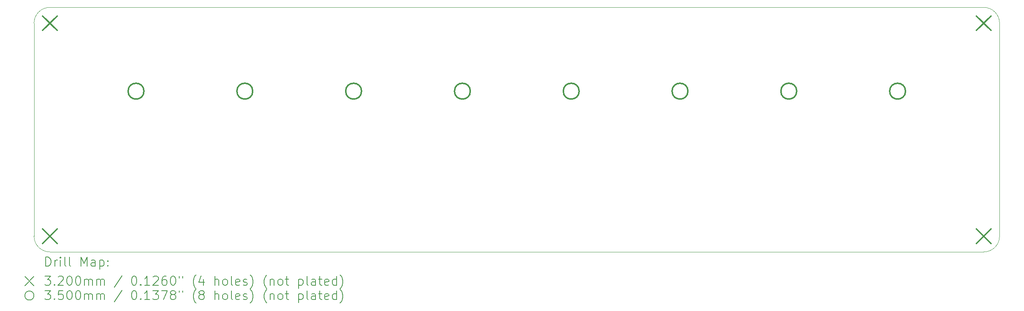
<source format=gbr>
%TF.GenerationSoftware,KiCad,Pcbnew,8.0.3*%
%TF.CreationDate,2024-06-16T18:09:26+12:00*%
%TF.ProjectId,nixie_board,6e697869-655f-4626-9f61-72642e6b6963,0.1.1*%
%TF.SameCoordinates,Original*%
%TF.FileFunction,Drillmap*%
%TF.FilePolarity,Positive*%
%FSLAX45Y45*%
G04 Gerber Fmt 4.5, Leading zero omitted, Abs format (unit mm)*
G04 Created by KiCad (PCBNEW 8.0.3) date 2024-06-16 18:09:26*
%MOMM*%
%LPD*%
G01*
G04 APERTURE LIST*
%ADD10C,0.050000*%
%ADD11C,0.200000*%
%ADD12C,0.320000*%
%ADD13C,0.350000*%
G04 APERTURE END LIST*
D10*
X4650000Y-6500000D02*
X4650000Y-11200000D01*
X25600000Y-6150000D02*
X5000000Y-6150000D01*
X5000000Y-11550000D02*
G75*
G02*
X4650000Y-11200000I0J350000D01*
G01*
X25950000Y-11200000D02*
G75*
G02*
X25600000Y-11550000I-350000J0D01*
G01*
X25600000Y-6150000D02*
G75*
G02*
X25950000Y-6500000I0J-350000D01*
G01*
X25600000Y-11550000D02*
X5000000Y-11550000D01*
X25950000Y-11200000D02*
X25950000Y-6500000D01*
X4650000Y-6500000D02*
G75*
G02*
X5000000Y-6150000I350000J0D01*
G01*
D11*
D12*
X4840000Y-6340000D02*
X5160000Y-6660000D01*
X5160000Y-6340000D02*
X4840000Y-6660000D01*
X4840000Y-11040000D02*
X5160000Y-11360000D01*
X5160000Y-11040000D02*
X4840000Y-11360000D01*
X25440000Y-6340000D02*
X25760000Y-6660000D01*
X25760000Y-6340000D02*
X25440000Y-6660000D01*
X25440000Y-11040000D02*
X25760000Y-11360000D01*
X25760000Y-11040000D02*
X25440000Y-11360000D01*
D13*
X7075000Y-8000000D02*
G75*
G02*
X6725000Y-8000000I-175000J0D01*
G01*
X6725000Y-8000000D02*
G75*
G02*
X7075000Y-8000000I175000J0D01*
G01*
X9475000Y-8000000D02*
G75*
G02*
X9125000Y-8000000I-175000J0D01*
G01*
X9125000Y-8000000D02*
G75*
G02*
X9475000Y-8000000I175000J0D01*
G01*
X11875000Y-8000000D02*
G75*
G02*
X11525000Y-8000000I-175000J0D01*
G01*
X11525000Y-8000000D02*
G75*
G02*
X11875000Y-8000000I175000J0D01*
G01*
X14275000Y-8000000D02*
G75*
G02*
X13925000Y-8000000I-175000J0D01*
G01*
X13925000Y-8000000D02*
G75*
G02*
X14275000Y-8000000I175000J0D01*
G01*
X16675000Y-8000000D02*
G75*
G02*
X16325000Y-8000000I-175000J0D01*
G01*
X16325000Y-8000000D02*
G75*
G02*
X16675000Y-8000000I175000J0D01*
G01*
X19075000Y-8000000D02*
G75*
G02*
X18725000Y-8000000I-175000J0D01*
G01*
X18725000Y-8000000D02*
G75*
G02*
X19075000Y-8000000I175000J0D01*
G01*
X21475000Y-8000000D02*
G75*
G02*
X21125000Y-8000000I-175000J0D01*
G01*
X21125000Y-8000000D02*
G75*
G02*
X21475000Y-8000000I175000J0D01*
G01*
X23875000Y-8000000D02*
G75*
G02*
X23525000Y-8000000I-175000J0D01*
G01*
X23525000Y-8000000D02*
G75*
G02*
X23875000Y-8000000I175000J0D01*
G01*
D11*
X4908277Y-11863984D02*
X4908277Y-11663984D01*
X4908277Y-11663984D02*
X4955896Y-11663984D01*
X4955896Y-11663984D02*
X4984467Y-11673508D01*
X4984467Y-11673508D02*
X5003515Y-11692555D01*
X5003515Y-11692555D02*
X5013039Y-11711603D01*
X5013039Y-11711603D02*
X5022563Y-11749698D01*
X5022563Y-11749698D02*
X5022563Y-11778269D01*
X5022563Y-11778269D02*
X5013039Y-11816365D01*
X5013039Y-11816365D02*
X5003515Y-11835412D01*
X5003515Y-11835412D02*
X4984467Y-11854460D01*
X4984467Y-11854460D02*
X4955896Y-11863984D01*
X4955896Y-11863984D02*
X4908277Y-11863984D01*
X5108277Y-11863984D02*
X5108277Y-11730650D01*
X5108277Y-11768746D02*
X5117801Y-11749698D01*
X5117801Y-11749698D02*
X5127324Y-11740174D01*
X5127324Y-11740174D02*
X5146372Y-11730650D01*
X5146372Y-11730650D02*
X5165420Y-11730650D01*
X5232086Y-11863984D02*
X5232086Y-11730650D01*
X5232086Y-11663984D02*
X5222563Y-11673508D01*
X5222563Y-11673508D02*
X5232086Y-11683031D01*
X5232086Y-11683031D02*
X5241610Y-11673508D01*
X5241610Y-11673508D02*
X5232086Y-11663984D01*
X5232086Y-11663984D02*
X5232086Y-11683031D01*
X5355896Y-11863984D02*
X5336848Y-11854460D01*
X5336848Y-11854460D02*
X5327324Y-11835412D01*
X5327324Y-11835412D02*
X5327324Y-11663984D01*
X5460658Y-11863984D02*
X5441610Y-11854460D01*
X5441610Y-11854460D02*
X5432086Y-11835412D01*
X5432086Y-11835412D02*
X5432086Y-11663984D01*
X5689229Y-11863984D02*
X5689229Y-11663984D01*
X5689229Y-11663984D02*
X5755896Y-11806841D01*
X5755896Y-11806841D02*
X5822562Y-11663984D01*
X5822562Y-11663984D02*
X5822562Y-11863984D01*
X6003515Y-11863984D02*
X6003515Y-11759222D01*
X6003515Y-11759222D02*
X5993991Y-11740174D01*
X5993991Y-11740174D02*
X5974943Y-11730650D01*
X5974943Y-11730650D02*
X5936848Y-11730650D01*
X5936848Y-11730650D02*
X5917801Y-11740174D01*
X6003515Y-11854460D02*
X5984467Y-11863984D01*
X5984467Y-11863984D02*
X5936848Y-11863984D01*
X5936848Y-11863984D02*
X5917801Y-11854460D01*
X5917801Y-11854460D02*
X5908277Y-11835412D01*
X5908277Y-11835412D02*
X5908277Y-11816365D01*
X5908277Y-11816365D02*
X5917801Y-11797317D01*
X5917801Y-11797317D02*
X5936848Y-11787793D01*
X5936848Y-11787793D02*
X5984467Y-11787793D01*
X5984467Y-11787793D02*
X6003515Y-11778269D01*
X6098753Y-11730650D02*
X6098753Y-11930650D01*
X6098753Y-11740174D02*
X6117801Y-11730650D01*
X6117801Y-11730650D02*
X6155896Y-11730650D01*
X6155896Y-11730650D02*
X6174943Y-11740174D01*
X6174943Y-11740174D02*
X6184467Y-11749698D01*
X6184467Y-11749698D02*
X6193991Y-11768746D01*
X6193991Y-11768746D02*
X6193991Y-11825888D01*
X6193991Y-11825888D02*
X6184467Y-11844936D01*
X6184467Y-11844936D02*
X6174943Y-11854460D01*
X6174943Y-11854460D02*
X6155896Y-11863984D01*
X6155896Y-11863984D02*
X6117801Y-11863984D01*
X6117801Y-11863984D02*
X6098753Y-11854460D01*
X6279705Y-11844936D02*
X6289229Y-11854460D01*
X6289229Y-11854460D02*
X6279705Y-11863984D01*
X6279705Y-11863984D02*
X6270182Y-11854460D01*
X6270182Y-11854460D02*
X6279705Y-11844936D01*
X6279705Y-11844936D02*
X6279705Y-11863984D01*
X6279705Y-11740174D02*
X6289229Y-11749698D01*
X6289229Y-11749698D02*
X6279705Y-11759222D01*
X6279705Y-11759222D02*
X6270182Y-11749698D01*
X6270182Y-11749698D02*
X6279705Y-11740174D01*
X6279705Y-11740174D02*
X6279705Y-11759222D01*
X4447500Y-12092500D02*
X4647500Y-12292500D01*
X4647500Y-12092500D02*
X4447500Y-12292500D01*
X4889229Y-12083984D02*
X5013039Y-12083984D01*
X5013039Y-12083984D02*
X4946372Y-12160174D01*
X4946372Y-12160174D02*
X4974944Y-12160174D01*
X4974944Y-12160174D02*
X4993991Y-12169698D01*
X4993991Y-12169698D02*
X5003515Y-12179222D01*
X5003515Y-12179222D02*
X5013039Y-12198269D01*
X5013039Y-12198269D02*
X5013039Y-12245888D01*
X5013039Y-12245888D02*
X5003515Y-12264936D01*
X5003515Y-12264936D02*
X4993991Y-12274460D01*
X4993991Y-12274460D02*
X4974944Y-12283984D01*
X4974944Y-12283984D02*
X4917801Y-12283984D01*
X4917801Y-12283984D02*
X4898753Y-12274460D01*
X4898753Y-12274460D02*
X4889229Y-12264936D01*
X5098753Y-12264936D02*
X5108277Y-12274460D01*
X5108277Y-12274460D02*
X5098753Y-12283984D01*
X5098753Y-12283984D02*
X5089229Y-12274460D01*
X5089229Y-12274460D02*
X5098753Y-12264936D01*
X5098753Y-12264936D02*
X5098753Y-12283984D01*
X5184467Y-12103031D02*
X5193991Y-12093508D01*
X5193991Y-12093508D02*
X5213039Y-12083984D01*
X5213039Y-12083984D02*
X5260658Y-12083984D01*
X5260658Y-12083984D02*
X5279705Y-12093508D01*
X5279705Y-12093508D02*
X5289229Y-12103031D01*
X5289229Y-12103031D02*
X5298753Y-12122079D01*
X5298753Y-12122079D02*
X5298753Y-12141127D01*
X5298753Y-12141127D02*
X5289229Y-12169698D01*
X5289229Y-12169698D02*
X5174944Y-12283984D01*
X5174944Y-12283984D02*
X5298753Y-12283984D01*
X5422563Y-12083984D02*
X5441610Y-12083984D01*
X5441610Y-12083984D02*
X5460658Y-12093508D01*
X5460658Y-12093508D02*
X5470182Y-12103031D01*
X5470182Y-12103031D02*
X5479705Y-12122079D01*
X5479705Y-12122079D02*
X5489229Y-12160174D01*
X5489229Y-12160174D02*
X5489229Y-12207793D01*
X5489229Y-12207793D02*
X5479705Y-12245888D01*
X5479705Y-12245888D02*
X5470182Y-12264936D01*
X5470182Y-12264936D02*
X5460658Y-12274460D01*
X5460658Y-12274460D02*
X5441610Y-12283984D01*
X5441610Y-12283984D02*
X5422563Y-12283984D01*
X5422563Y-12283984D02*
X5403515Y-12274460D01*
X5403515Y-12274460D02*
X5393991Y-12264936D01*
X5393991Y-12264936D02*
X5384467Y-12245888D01*
X5384467Y-12245888D02*
X5374944Y-12207793D01*
X5374944Y-12207793D02*
X5374944Y-12160174D01*
X5374944Y-12160174D02*
X5384467Y-12122079D01*
X5384467Y-12122079D02*
X5393991Y-12103031D01*
X5393991Y-12103031D02*
X5403515Y-12093508D01*
X5403515Y-12093508D02*
X5422563Y-12083984D01*
X5613039Y-12083984D02*
X5632086Y-12083984D01*
X5632086Y-12083984D02*
X5651134Y-12093508D01*
X5651134Y-12093508D02*
X5660658Y-12103031D01*
X5660658Y-12103031D02*
X5670182Y-12122079D01*
X5670182Y-12122079D02*
X5679705Y-12160174D01*
X5679705Y-12160174D02*
X5679705Y-12207793D01*
X5679705Y-12207793D02*
X5670182Y-12245888D01*
X5670182Y-12245888D02*
X5660658Y-12264936D01*
X5660658Y-12264936D02*
X5651134Y-12274460D01*
X5651134Y-12274460D02*
X5632086Y-12283984D01*
X5632086Y-12283984D02*
X5613039Y-12283984D01*
X5613039Y-12283984D02*
X5593991Y-12274460D01*
X5593991Y-12274460D02*
X5584467Y-12264936D01*
X5584467Y-12264936D02*
X5574944Y-12245888D01*
X5574944Y-12245888D02*
X5565420Y-12207793D01*
X5565420Y-12207793D02*
X5565420Y-12160174D01*
X5565420Y-12160174D02*
X5574944Y-12122079D01*
X5574944Y-12122079D02*
X5584467Y-12103031D01*
X5584467Y-12103031D02*
X5593991Y-12093508D01*
X5593991Y-12093508D02*
X5613039Y-12083984D01*
X5765420Y-12283984D02*
X5765420Y-12150650D01*
X5765420Y-12169698D02*
X5774943Y-12160174D01*
X5774943Y-12160174D02*
X5793991Y-12150650D01*
X5793991Y-12150650D02*
X5822563Y-12150650D01*
X5822563Y-12150650D02*
X5841610Y-12160174D01*
X5841610Y-12160174D02*
X5851134Y-12179222D01*
X5851134Y-12179222D02*
X5851134Y-12283984D01*
X5851134Y-12179222D02*
X5860658Y-12160174D01*
X5860658Y-12160174D02*
X5879705Y-12150650D01*
X5879705Y-12150650D02*
X5908277Y-12150650D01*
X5908277Y-12150650D02*
X5927324Y-12160174D01*
X5927324Y-12160174D02*
X5936848Y-12179222D01*
X5936848Y-12179222D02*
X5936848Y-12283984D01*
X6032086Y-12283984D02*
X6032086Y-12150650D01*
X6032086Y-12169698D02*
X6041610Y-12160174D01*
X6041610Y-12160174D02*
X6060658Y-12150650D01*
X6060658Y-12150650D02*
X6089229Y-12150650D01*
X6089229Y-12150650D02*
X6108277Y-12160174D01*
X6108277Y-12160174D02*
X6117801Y-12179222D01*
X6117801Y-12179222D02*
X6117801Y-12283984D01*
X6117801Y-12179222D02*
X6127324Y-12160174D01*
X6127324Y-12160174D02*
X6146372Y-12150650D01*
X6146372Y-12150650D02*
X6174943Y-12150650D01*
X6174943Y-12150650D02*
X6193991Y-12160174D01*
X6193991Y-12160174D02*
X6203515Y-12179222D01*
X6203515Y-12179222D02*
X6203515Y-12283984D01*
X6593991Y-12074460D02*
X6422563Y-12331603D01*
X6851134Y-12083984D02*
X6870182Y-12083984D01*
X6870182Y-12083984D02*
X6889229Y-12093508D01*
X6889229Y-12093508D02*
X6898753Y-12103031D01*
X6898753Y-12103031D02*
X6908277Y-12122079D01*
X6908277Y-12122079D02*
X6917801Y-12160174D01*
X6917801Y-12160174D02*
X6917801Y-12207793D01*
X6917801Y-12207793D02*
X6908277Y-12245888D01*
X6908277Y-12245888D02*
X6898753Y-12264936D01*
X6898753Y-12264936D02*
X6889229Y-12274460D01*
X6889229Y-12274460D02*
X6870182Y-12283984D01*
X6870182Y-12283984D02*
X6851134Y-12283984D01*
X6851134Y-12283984D02*
X6832086Y-12274460D01*
X6832086Y-12274460D02*
X6822563Y-12264936D01*
X6822563Y-12264936D02*
X6813039Y-12245888D01*
X6813039Y-12245888D02*
X6803515Y-12207793D01*
X6803515Y-12207793D02*
X6803515Y-12160174D01*
X6803515Y-12160174D02*
X6813039Y-12122079D01*
X6813039Y-12122079D02*
X6822563Y-12103031D01*
X6822563Y-12103031D02*
X6832086Y-12093508D01*
X6832086Y-12093508D02*
X6851134Y-12083984D01*
X7003515Y-12264936D02*
X7013039Y-12274460D01*
X7013039Y-12274460D02*
X7003515Y-12283984D01*
X7003515Y-12283984D02*
X6993991Y-12274460D01*
X6993991Y-12274460D02*
X7003515Y-12264936D01*
X7003515Y-12264936D02*
X7003515Y-12283984D01*
X7203515Y-12283984D02*
X7089229Y-12283984D01*
X7146372Y-12283984D02*
X7146372Y-12083984D01*
X7146372Y-12083984D02*
X7127325Y-12112555D01*
X7127325Y-12112555D02*
X7108277Y-12131603D01*
X7108277Y-12131603D02*
X7089229Y-12141127D01*
X7279706Y-12103031D02*
X7289229Y-12093508D01*
X7289229Y-12093508D02*
X7308277Y-12083984D01*
X7308277Y-12083984D02*
X7355896Y-12083984D01*
X7355896Y-12083984D02*
X7374944Y-12093508D01*
X7374944Y-12093508D02*
X7384467Y-12103031D01*
X7384467Y-12103031D02*
X7393991Y-12122079D01*
X7393991Y-12122079D02*
X7393991Y-12141127D01*
X7393991Y-12141127D02*
X7384467Y-12169698D01*
X7384467Y-12169698D02*
X7270182Y-12283984D01*
X7270182Y-12283984D02*
X7393991Y-12283984D01*
X7565420Y-12083984D02*
X7527325Y-12083984D01*
X7527325Y-12083984D02*
X7508277Y-12093508D01*
X7508277Y-12093508D02*
X7498753Y-12103031D01*
X7498753Y-12103031D02*
X7479706Y-12131603D01*
X7479706Y-12131603D02*
X7470182Y-12169698D01*
X7470182Y-12169698D02*
X7470182Y-12245888D01*
X7470182Y-12245888D02*
X7479706Y-12264936D01*
X7479706Y-12264936D02*
X7489229Y-12274460D01*
X7489229Y-12274460D02*
X7508277Y-12283984D01*
X7508277Y-12283984D02*
X7546372Y-12283984D01*
X7546372Y-12283984D02*
X7565420Y-12274460D01*
X7565420Y-12274460D02*
X7574944Y-12264936D01*
X7574944Y-12264936D02*
X7584467Y-12245888D01*
X7584467Y-12245888D02*
X7584467Y-12198269D01*
X7584467Y-12198269D02*
X7574944Y-12179222D01*
X7574944Y-12179222D02*
X7565420Y-12169698D01*
X7565420Y-12169698D02*
X7546372Y-12160174D01*
X7546372Y-12160174D02*
X7508277Y-12160174D01*
X7508277Y-12160174D02*
X7489229Y-12169698D01*
X7489229Y-12169698D02*
X7479706Y-12179222D01*
X7479706Y-12179222D02*
X7470182Y-12198269D01*
X7708277Y-12083984D02*
X7727325Y-12083984D01*
X7727325Y-12083984D02*
X7746372Y-12093508D01*
X7746372Y-12093508D02*
X7755896Y-12103031D01*
X7755896Y-12103031D02*
X7765420Y-12122079D01*
X7765420Y-12122079D02*
X7774944Y-12160174D01*
X7774944Y-12160174D02*
X7774944Y-12207793D01*
X7774944Y-12207793D02*
X7765420Y-12245888D01*
X7765420Y-12245888D02*
X7755896Y-12264936D01*
X7755896Y-12264936D02*
X7746372Y-12274460D01*
X7746372Y-12274460D02*
X7727325Y-12283984D01*
X7727325Y-12283984D02*
X7708277Y-12283984D01*
X7708277Y-12283984D02*
X7689229Y-12274460D01*
X7689229Y-12274460D02*
X7679706Y-12264936D01*
X7679706Y-12264936D02*
X7670182Y-12245888D01*
X7670182Y-12245888D02*
X7660658Y-12207793D01*
X7660658Y-12207793D02*
X7660658Y-12160174D01*
X7660658Y-12160174D02*
X7670182Y-12122079D01*
X7670182Y-12122079D02*
X7679706Y-12103031D01*
X7679706Y-12103031D02*
X7689229Y-12093508D01*
X7689229Y-12093508D02*
X7708277Y-12083984D01*
X7851134Y-12083984D02*
X7851134Y-12122079D01*
X7927325Y-12083984D02*
X7927325Y-12122079D01*
X8222563Y-12360174D02*
X8213039Y-12350650D01*
X8213039Y-12350650D02*
X8193991Y-12322079D01*
X8193991Y-12322079D02*
X8184468Y-12303031D01*
X8184468Y-12303031D02*
X8174944Y-12274460D01*
X8174944Y-12274460D02*
X8165420Y-12226841D01*
X8165420Y-12226841D02*
X8165420Y-12188746D01*
X8165420Y-12188746D02*
X8174944Y-12141127D01*
X8174944Y-12141127D02*
X8184468Y-12112555D01*
X8184468Y-12112555D02*
X8193991Y-12093508D01*
X8193991Y-12093508D02*
X8213039Y-12064936D01*
X8213039Y-12064936D02*
X8222563Y-12055412D01*
X8384468Y-12150650D02*
X8384468Y-12283984D01*
X8336848Y-12074460D02*
X8289229Y-12217317D01*
X8289229Y-12217317D02*
X8413039Y-12217317D01*
X8641611Y-12283984D02*
X8641611Y-12083984D01*
X8727325Y-12283984D02*
X8727325Y-12179222D01*
X8727325Y-12179222D02*
X8717801Y-12160174D01*
X8717801Y-12160174D02*
X8698753Y-12150650D01*
X8698753Y-12150650D02*
X8670182Y-12150650D01*
X8670182Y-12150650D02*
X8651134Y-12160174D01*
X8651134Y-12160174D02*
X8641611Y-12169698D01*
X8851134Y-12283984D02*
X8832087Y-12274460D01*
X8832087Y-12274460D02*
X8822563Y-12264936D01*
X8822563Y-12264936D02*
X8813039Y-12245888D01*
X8813039Y-12245888D02*
X8813039Y-12188746D01*
X8813039Y-12188746D02*
X8822563Y-12169698D01*
X8822563Y-12169698D02*
X8832087Y-12160174D01*
X8832087Y-12160174D02*
X8851134Y-12150650D01*
X8851134Y-12150650D02*
X8879706Y-12150650D01*
X8879706Y-12150650D02*
X8898753Y-12160174D01*
X8898753Y-12160174D02*
X8908277Y-12169698D01*
X8908277Y-12169698D02*
X8917801Y-12188746D01*
X8917801Y-12188746D02*
X8917801Y-12245888D01*
X8917801Y-12245888D02*
X8908277Y-12264936D01*
X8908277Y-12264936D02*
X8898753Y-12274460D01*
X8898753Y-12274460D02*
X8879706Y-12283984D01*
X8879706Y-12283984D02*
X8851134Y-12283984D01*
X9032087Y-12283984D02*
X9013039Y-12274460D01*
X9013039Y-12274460D02*
X9003515Y-12255412D01*
X9003515Y-12255412D02*
X9003515Y-12083984D01*
X9184468Y-12274460D02*
X9165420Y-12283984D01*
X9165420Y-12283984D02*
X9127325Y-12283984D01*
X9127325Y-12283984D02*
X9108277Y-12274460D01*
X9108277Y-12274460D02*
X9098753Y-12255412D01*
X9098753Y-12255412D02*
X9098753Y-12179222D01*
X9098753Y-12179222D02*
X9108277Y-12160174D01*
X9108277Y-12160174D02*
X9127325Y-12150650D01*
X9127325Y-12150650D02*
X9165420Y-12150650D01*
X9165420Y-12150650D02*
X9184468Y-12160174D01*
X9184468Y-12160174D02*
X9193992Y-12179222D01*
X9193992Y-12179222D02*
X9193992Y-12198269D01*
X9193992Y-12198269D02*
X9098753Y-12217317D01*
X9270182Y-12274460D02*
X9289230Y-12283984D01*
X9289230Y-12283984D02*
X9327325Y-12283984D01*
X9327325Y-12283984D02*
X9346373Y-12274460D01*
X9346373Y-12274460D02*
X9355896Y-12255412D01*
X9355896Y-12255412D02*
X9355896Y-12245888D01*
X9355896Y-12245888D02*
X9346373Y-12226841D01*
X9346373Y-12226841D02*
X9327325Y-12217317D01*
X9327325Y-12217317D02*
X9298753Y-12217317D01*
X9298753Y-12217317D02*
X9279706Y-12207793D01*
X9279706Y-12207793D02*
X9270182Y-12188746D01*
X9270182Y-12188746D02*
X9270182Y-12179222D01*
X9270182Y-12179222D02*
X9279706Y-12160174D01*
X9279706Y-12160174D02*
X9298753Y-12150650D01*
X9298753Y-12150650D02*
X9327325Y-12150650D01*
X9327325Y-12150650D02*
X9346373Y-12160174D01*
X9422563Y-12360174D02*
X9432087Y-12350650D01*
X9432087Y-12350650D02*
X9451134Y-12322079D01*
X9451134Y-12322079D02*
X9460658Y-12303031D01*
X9460658Y-12303031D02*
X9470182Y-12274460D01*
X9470182Y-12274460D02*
X9479706Y-12226841D01*
X9479706Y-12226841D02*
X9479706Y-12188746D01*
X9479706Y-12188746D02*
X9470182Y-12141127D01*
X9470182Y-12141127D02*
X9460658Y-12112555D01*
X9460658Y-12112555D02*
X9451134Y-12093508D01*
X9451134Y-12093508D02*
X9432087Y-12064936D01*
X9432087Y-12064936D02*
X9422563Y-12055412D01*
X9784468Y-12360174D02*
X9774944Y-12350650D01*
X9774944Y-12350650D02*
X9755896Y-12322079D01*
X9755896Y-12322079D02*
X9746373Y-12303031D01*
X9746373Y-12303031D02*
X9736849Y-12274460D01*
X9736849Y-12274460D02*
X9727325Y-12226841D01*
X9727325Y-12226841D02*
X9727325Y-12188746D01*
X9727325Y-12188746D02*
X9736849Y-12141127D01*
X9736849Y-12141127D02*
X9746373Y-12112555D01*
X9746373Y-12112555D02*
X9755896Y-12093508D01*
X9755896Y-12093508D02*
X9774944Y-12064936D01*
X9774944Y-12064936D02*
X9784468Y-12055412D01*
X9860658Y-12150650D02*
X9860658Y-12283984D01*
X9860658Y-12169698D02*
X9870182Y-12160174D01*
X9870182Y-12160174D02*
X9889230Y-12150650D01*
X9889230Y-12150650D02*
X9917801Y-12150650D01*
X9917801Y-12150650D02*
X9936849Y-12160174D01*
X9936849Y-12160174D02*
X9946373Y-12179222D01*
X9946373Y-12179222D02*
X9946373Y-12283984D01*
X10070182Y-12283984D02*
X10051134Y-12274460D01*
X10051134Y-12274460D02*
X10041611Y-12264936D01*
X10041611Y-12264936D02*
X10032087Y-12245888D01*
X10032087Y-12245888D02*
X10032087Y-12188746D01*
X10032087Y-12188746D02*
X10041611Y-12169698D01*
X10041611Y-12169698D02*
X10051134Y-12160174D01*
X10051134Y-12160174D02*
X10070182Y-12150650D01*
X10070182Y-12150650D02*
X10098754Y-12150650D01*
X10098754Y-12150650D02*
X10117801Y-12160174D01*
X10117801Y-12160174D02*
X10127325Y-12169698D01*
X10127325Y-12169698D02*
X10136849Y-12188746D01*
X10136849Y-12188746D02*
X10136849Y-12245888D01*
X10136849Y-12245888D02*
X10127325Y-12264936D01*
X10127325Y-12264936D02*
X10117801Y-12274460D01*
X10117801Y-12274460D02*
X10098754Y-12283984D01*
X10098754Y-12283984D02*
X10070182Y-12283984D01*
X10193992Y-12150650D02*
X10270182Y-12150650D01*
X10222563Y-12083984D02*
X10222563Y-12255412D01*
X10222563Y-12255412D02*
X10232087Y-12274460D01*
X10232087Y-12274460D02*
X10251134Y-12283984D01*
X10251134Y-12283984D02*
X10270182Y-12283984D01*
X10489230Y-12150650D02*
X10489230Y-12350650D01*
X10489230Y-12160174D02*
X10508277Y-12150650D01*
X10508277Y-12150650D02*
X10546373Y-12150650D01*
X10546373Y-12150650D02*
X10565420Y-12160174D01*
X10565420Y-12160174D02*
X10574944Y-12169698D01*
X10574944Y-12169698D02*
X10584468Y-12188746D01*
X10584468Y-12188746D02*
X10584468Y-12245888D01*
X10584468Y-12245888D02*
X10574944Y-12264936D01*
X10574944Y-12264936D02*
X10565420Y-12274460D01*
X10565420Y-12274460D02*
X10546373Y-12283984D01*
X10546373Y-12283984D02*
X10508277Y-12283984D01*
X10508277Y-12283984D02*
X10489230Y-12274460D01*
X10698754Y-12283984D02*
X10679706Y-12274460D01*
X10679706Y-12274460D02*
X10670182Y-12255412D01*
X10670182Y-12255412D02*
X10670182Y-12083984D01*
X10860658Y-12283984D02*
X10860658Y-12179222D01*
X10860658Y-12179222D02*
X10851135Y-12160174D01*
X10851135Y-12160174D02*
X10832087Y-12150650D01*
X10832087Y-12150650D02*
X10793992Y-12150650D01*
X10793992Y-12150650D02*
X10774944Y-12160174D01*
X10860658Y-12274460D02*
X10841611Y-12283984D01*
X10841611Y-12283984D02*
X10793992Y-12283984D01*
X10793992Y-12283984D02*
X10774944Y-12274460D01*
X10774944Y-12274460D02*
X10765420Y-12255412D01*
X10765420Y-12255412D02*
X10765420Y-12236365D01*
X10765420Y-12236365D02*
X10774944Y-12217317D01*
X10774944Y-12217317D02*
X10793992Y-12207793D01*
X10793992Y-12207793D02*
X10841611Y-12207793D01*
X10841611Y-12207793D02*
X10860658Y-12198269D01*
X10927325Y-12150650D02*
X11003515Y-12150650D01*
X10955896Y-12083984D02*
X10955896Y-12255412D01*
X10955896Y-12255412D02*
X10965420Y-12274460D01*
X10965420Y-12274460D02*
X10984468Y-12283984D01*
X10984468Y-12283984D02*
X11003515Y-12283984D01*
X11146373Y-12274460D02*
X11127325Y-12283984D01*
X11127325Y-12283984D02*
X11089230Y-12283984D01*
X11089230Y-12283984D02*
X11070182Y-12274460D01*
X11070182Y-12274460D02*
X11060658Y-12255412D01*
X11060658Y-12255412D02*
X11060658Y-12179222D01*
X11060658Y-12179222D02*
X11070182Y-12160174D01*
X11070182Y-12160174D02*
X11089230Y-12150650D01*
X11089230Y-12150650D02*
X11127325Y-12150650D01*
X11127325Y-12150650D02*
X11146373Y-12160174D01*
X11146373Y-12160174D02*
X11155896Y-12179222D01*
X11155896Y-12179222D02*
X11155896Y-12198269D01*
X11155896Y-12198269D02*
X11060658Y-12217317D01*
X11327325Y-12283984D02*
X11327325Y-12083984D01*
X11327325Y-12274460D02*
X11308277Y-12283984D01*
X11308277Y-12283984D02*
X11270182Y-12283984D01*
X11270182Y-12283984D02*
X11251134Y-12274460D01*
X11251134Y-12274460D02*
X11241611Y-12264936D01*
X11241611Y-12264936D02*
X11232087Y-12245888D01*
X11232087Y-12245888D02*
X11232087Y-12188746D01*
X11232087Y-12188746D02*
X11241611Y-12169698D01*
X11241611Y-12169698D02*
X11251134Y-12160174D01*
X11251134Y-12160174D02*
X11270182Y-12150650D01*
X11270182Y-12150650D02*
X11308277Y-12150650D01*
X11308277Y-12150650D02*
X11327325Y-12160174D01*
X11403515Y-12360174D02*
X11413039Y-12350650D01*
X11413039Y-12350650D02*
X11432087Y-12322079D01*
X11432087Y-12322079D02*
X11441611Y-12303031D01*
X11441611Y-12303031D02*
X11451134Y-12274460D01*
X11451134Y-12274460D02*
X11460658Y-12226841D01*
X11460658Y-12226841D02*
X11460658Y-12188746D01*
X11460658Y-12188746D02*
X11451134Y-12141127D01*
X11451134Y-12141127D02*
X11441611Y-12112555D01*
X11441611Y-12112555D02*
X11432087Y-12093508D01*
X11432087Y-12093508D02*
X11413039Y-12064936D01*
X11413039Y-12064936D02*
X11403515Y-12055412D01*
X4647500Y-12512500D02*
G75*
G02*
X4447500Y-12512500I-100000J0D01*
G01*
X4447500Y-12512500D02*
G75*
G02*
X4647500Y-12512500I100000J0D01*
G01*
X4889229Y-12403984D02*
X5013039Y-12403984D01*
X5013039Y-12403984D02*
X4946372Y-12480174D01*
X4946372Y-12480174D02*
X4974944Y-12480174D01*
X4974944Y-12480174D02*
X4993991Y-12489698D01*
X4993991Y-12489698D02*
X5003515Y-12499222D01*
X5003515Y-12499222D02*
X5013039Y-12518269D01*
X5013039Y-12518269D02*
X5013039Y-12565888D01*
X5013039Y-12565888D02*
X5003515Y-12584936D01*
X5003515Y-12584936D02*
X4993991Y-12594460D01*
X4993991Y-12594460D02*
X4974944Y-12603984D01*
X4974944Y-12603984D02*
X4917801Y-12603984D01*
X4917801Y-12603984D02*
X4898753Y-12594460D01*
X4898753Y-12594460D02*
X4889229Y-12584936D01*
X5098753Y-12584936D02*
X5108277Y-12594460D01*
X5108277Y-12594460D02*
X5098753Y-12603984D01*
X5098753Y-12603984D02*
X5089229Y-12594460D01*
X5089229Y-12594460D02*
X5098753Y-12584936D01*
X5098753Y-12584936D02*
X5098753Y-12603984D01*
X5289229Y-12403984D02*
X5193991Y-12403984D01*
X5193991Y-12403984D02*
X5184467Y-12499222D01*
X5184467Y-12499222D02*
X5193991Y-12489698D01*
X5193991Y-12489698D02*
X5213039Y-12480174D01*
X5213039Y-12480174D02*
X5260658Y-12480174D01*
X5260658Y-12480174D02*
X5279705Y-12489698D01*
X5279705Y-12489698D02*
X5289229Y-12499222D01*
X5289229Y-12499222D02*
X5298753Y-12518269D01*
X5298753Y-12518269D02*
X5298753Y-12565888D01*
X5298753Y-12565888D02*
X5289229Y-12584936D01*
X5289229Y-12584936D02*
X5279705Y-12594460D01*
X5279705Y-12594460D02*
X5260658Y-12603984D01*
X5260658Y-12603984D02*
X5213039Y-12603984D01*
X5213039Y-12603984D02*
X5193991Y-12594460D01*
X5193991Y-12594460D02*
X5184467Y-12584936D01*
X5422563Y-12403984D02*
X5441610Y-12403984D01*
X5441610Y-12403984D02*
X5460658Y-12413508D01*
X5460658Y-12413508D02*
X5470182Y-12423031D01*
X5470182Y-12423031D02*
X5479705Y-12442079D01*
X5479705Y-12442079D02*
X5489229Y-12480174D01*
X5489229Y-12480174D02*
X5489229Y-12527793D01*
X5489229Y-12527793D02*
X5479705Y-12565888D01*
X5479705Y-12565888D02*
X5470182Y-12584936D01*
X5470182Y-12584936D02*
X5460658Y-12594460D01*
X5460658Y-12594460D02*
X5441610Y-12603984D01*
X5441610Y-12603984D02*
X5422563Y-12603984D01*
X5422563Y-12603984D02*
X5403515Y-12594460D01*
X5403515Y-12594460D02*
X5393991Y-12584936D01*
X5393991Y-12584936D02*
X5384467Y-12565888D01*
X5384467Y-12565888D02*
X5374944Y-12527793D01*
X5374944Y-12527793D02*
X5374944Y-12480174D01*
X5374944Y-12480174D02*
X5384467Y-12442079D01*
X5384467Y-12442079D02*
X5393991Y-12423031D01*
X5393991Y-12423031D02*
X5403515Y-12413508D01*
X5403515Y-12413508D02*
X5422563Y-12403984D01*
X5613039Y-12403984D02*
X5632086Y-12403984D01*
X5632086Y-12403984D02*
X5651134Y-12413508D01*
X5651134Y-12413508D02*
X5660658Y-12423031D01*
X5660658Y-12423031D02*
X5670182Y-12442079D01*
X5670182Y-12442079D02*
X5679705Y-12480174D01*
X5679705Y-12480174D02*
X5679705Y-12527793D01*
X5679705Y-12527793D02*
X5670182Y-12565888D01*
X5670182Y-12565888D02*
X5660658Y-12584936D01*
X5660658Y-12584936D02*
X5651134Y-12594460D01*
X5651134Y-12594460D02*
X5632086Y-12603984D01*
X5632086Y-12603984D02*
X5613039Y-12603984D01*
X5613039Y-12603984D02*
X5593991Y-12594460D01*
X5593991Y-12594460D02*
X5584467Y-12584936D01*
X5584467Y-12584936D02*
X5574944Y-12565888D01*
X5574944Y-12565888D02*
X5565420Y-12527793D01*
X5565420Y-12527793D02*
X5565420Y-12480174D01*
X5565420Y-12480174D02*
X5574944Y-12442079D01*
X5574944Y-12442079D02*
X5584467Y-12423031D01*
X5584467Y-12423031D02*
X5593991Y-12413508D01*
X5593991Y-12413508D02*
X5613039Y-12403984D01*
X5765420Y-12603984D02*
X5765420Y-12470650D01*
X5765420Y-12489698D02*
X5774943Y-12480174D01*
X5774943Y-12480174D02*
X5793991Y-12470650D01*
X5793991Y-12470650D02*
X5822563Y-12470650D01*
X5822563Y-12470650D02*
X5841610Y-12480174D01*
X5841610Y-12480174D02*
X5851134Y-12499222D01*
X5851134Y-12499222D02*
X5851134Y-12603984D01*
X5851134Y-12499222D02*
X5860658Y-12480174D01*
X5860658Y-12480174D02*
X5879705Y-12470650D01*
X5879705Y-12470650D02*
X5908277Y-12470650D01*
X5908277Y-12470650D02*
X5927324Y-12480174D01*
X5927324Y-12480174D02*
X5936848Y-12499222D01*
X5936848Y-12499222D02*
X5936848Y-12603984D01*
X6032086Y-12603984D02*
X6032086Y-12470650D01*
X6032086Y-12489698D02*
X6041610Y-12480174D01*
X6041610Y-12480174D02*
X6060658Y-12470650D01*
X6060658Y-12470650D02*
X6089229Y-12470650D01*
X6089229Y-12470650D02*
X6108277Y-12480174D01*
X6108277Y-12480174D02*
X6117801Y-12499222D01*
X6117801Y-12499222D02*
X6117801Y-12603984D01*
X6117801Y-12499222D02*
X6127324Y-12480174D01*
X6127324Y-12480174D02*
X6146372Y-12470650D01*
X6146372Y-12470650D02*
X6174943Y-12470650D01*
X6174943Y-12470650D02*
X6193991Y-12480174D01*
X6193991Y-12480174D02*
X6203515Y-12499222D01*
X6203515Y-12499222D02*
X6203515Y-12603984D01*
X6593991Y-12394460D02*
X6422563Y-12651603D01*
X6851134Y-12403984D02*
X6870182Y-12403984D01*
X6870182Y-12403984D02*
X6889229Y-12413508D01*
X6889229Y-12413508D02*
X6898753Y-12423031D01*
X6898753Y-12423031D02*
X6908277Y-12442079D01*
X6908277Y-12442079D02*
X6917801Y-12480174D01*
X6917801Y-12480174D02*
X6917801Y-12527793D01*
X6917801Y-12527793D02*
X6908277Y-12565888D01*
X6908277Y-12565888D02*
X6898753Y-12584936D01*
X6898753Y-12584936D02*
X6889229Y-12594460D01*
X6889229Y-12594460D02*
X6870182Y-12603984D01*
X6870182Y-12603984D02*
X6851134Y-12603984D01*
X6851134Y-12603984D02*
X6832086Y-12594460D01*
X6832086Y-12594460D02*
X6822563Y-12584936D01*
X6822563Y-12584936D02*
X6813039Y-12565888D01*
X6813039Y-12565888D02*
X6803515Y-12527793D01*
X6803515Y-12527793D02*
X6803515Y-12480174D01*
X6803515Y-12480174D02*
X6813039Y-12442079D01*
X6813039Y-12442079D02*
X6822563Y-12423031D01*
X6822563Y-12423031D02*
X6832086Y-12413508D01*
X6832086Y-12413508D02*
X6851134Y-12403984D01*
X7003515Y-12584936D02*
X7013039Y-12594460D01*
X7013039Y-12594460D02*
X7003515Y-12603984D01*
X7003515Y-12603984D02*
X6993991Y-12594460D01*
X6993991Y-12594460D02*
X7003515Y-12584936D01*
X7003515Y-12584936D02*
X7003515Y-12603984D01*
X7203515Y-12603984D02*
X7089229Y-12603984D01*
X7146372Y-12603984D02*
X7146372Y-12403984D01*
X7146372Y-12403984D02*
X7127325Y-12432555D01*
X7127325Y-12432555D02*
X7108277Y-12451603D01*
X7108277Y-12451603D02*
X7089229Y-12461127D01*
X7270182Y-12403984D02*
X7393991Y-12403984D01*
X7393991Y-12403984D02*
X7327325Y-12480174D01*
X7327325Y-12480174D02*
X7355896Y-12480174D01*
X7355896Y-12480174D02*
X7374944Y-12489698D01*
X7374944Y-12489698D02*
X7384467Y-12499222D01*
X7384467Y-12499222D02*
X7393991Y-12518269D01*
X7393991Y-12518269D02*
X7393991Y-12565888D01*
X7393991Y-12565888D02*
X7384467Y-12584936D01*
X7384467Y-12584936D02*
X7374944Y-12594460D01*
X7374944Y-12594460D02*
X7355896Y-12603984D01*
X7355896Y-12603984D02*
X7298753Y-12603984D01*
X7298753Y-12603984D02*
X7279706Y-12594460D01*
X7279706Y-12594460D02*
X7270182Y-12584936D01*
X7460658Y-12403984D02*
X7593991Y-12403984D01*
X7593991Y-12403984D02*
X7508277Y-12603984D01*
X7698753Y-12489698D02*
X7679706Y-12480174D01*
X7679706Y-12480174D02*
X7670182Y-12470650D01*
X7670182Y-12470650D02*
X7660658Y-12451603D01*
X7660658Y-12451603D02*
X7660658Y-12442079D01*
X7660658Y-12442079D02*
X7670182Y-12423031D01*
X7670182Y-12423031D02*
X7679706Y-12413508D01*
X7679706Y-12413508D02*
X7698753Y-12403984D01*
X7698753Y-12403984D02*
X7736848Y-12403984D01*
X7736848Y-12403984D02*
X7755896Y-12413508D01*
X7755896Y-12413508D02*
X7765420Y-12423031D01*
X7765420Y-12423031D02*
X7774944Y-12442079D01*
X7774944Y-12442079D02*
X7774944Y-12451603D01*
X7774944Y-12451603D02*
X7765420Y-12470650D01*
X7765420Y-12470650D02*
X7755896Y-12480174D01*
X7755896Y-12480174D02*
X7736848Y-12489698D01*
X7736848Y-12489698D02*
X7698753Y-12489698D01*
X7698753Y-12489698D02*
X7679706Y-12499222D01*
X7679706Y-12499222D02*
X7670182Y-12508746D01*
X7670182Y-12508746D02*
X7660658Y-12527793D01*
X7660658Y-12527793D02*
X7660658Y-12565888D01*
X7660658Y-12565888D02*
X7670182Y-12584936D01*
X7670182Y-12584936D02*
X7679706Y-12594460D01*
X7679706Y-12594460D02*
X7698753Y-12603984D01*
X7698753Y-12603984D02*
X7736848Y-12603984D01*
X7736848Y-12603984D02*
X7755896Y-12594460D01*
X7755896Y-12594460D02*
X7765420Y-12584936D01*
X7765420Y-12584936D02*
X7774944Y-12565888D01*
X7774944Y-12565888D02*
X7774944Y-12527793D01*
X7774944Y-12527793D02*
X7765420Y-12508746D01*
X7765420Y-12508746D02*
X7755896Y-12499222D01*
X7755896Y-12499222D02*
X7736848Y-12489698D01*
X7851134Y-12403984D02*
X7851134Y-12442079D01*
X7927325Y-12403984D02*
X7927325Y-12442079D01*
X8222563Y-12680174D02*
X8213039Y-12670650D01*
X8213039Y-12670650D02*
X8193991Y-12642079D01*
X8193991Y-12642079D02*
X8184468Y-12623031D01*
X8184468Y-12623031D02*
X8174944Y-12594460D01*
X8174944Y-12594460D02*
X8165420Y-12546841D01*
X8165420Y-12546841D02*
X8165420Y-12508746D01*
X8165420Y-12508746D02*
X8174944Y-12461127D01*
X8174944Y-12461127D02*
X8184468Y-12432555D01*
X8184468Y-12432555D02*
X8193991Y-12413508D01*
X8193991Y-12413508D02*
X8213039Y-12384936D01*
X8213039Y-12384936D02*
X8222563Y-12375412D01*
X8327325Y-12489698D02*
X8308277Y-12480174D01*
X8308277Y-12480174D02*
X8298753Y-12470650D01*
X8298753Y-12470650D02*
X8289229Y-12451603D01*
X8289229Y-12451603D02*
X8289229Y-12442079D01*
X8289229Y-12442079D02*
X8298753Y-12423031D01*
X8298753Y-12423031D02*
X8308277Y-12413508D01*
X8308277Y-12413508D02*
X8327325Y-12403984D01*
X8327325Y-12403984D02*
X8365420Y-12403984D01*
X8365420Y-12403984D02*
X8384468Y-12413508D01*
X8384468Y-12413508D02*
X8393991Y-12423031D01*
X8393991Y-12423031D02*
X8403515Y-12442079D01*
X8403515Y-12442079D02*
X8403515Y-12451603D01*
X8403515Y-12451603D02*
X8393991Y-12470650D01*
X8393991Y-12470650D02*
X8384468Y-12480174D01*
X8384468Y-12480174D02*
X8365420Y-12489698D01*
X8365420Y-12489698D02*
X8327325Y-12489698D01*
X8327325Y-12489698D02*
X8308277Y-12499222D01*
X8308277Y-12499222D02*
X8298753Y-12508746D01*
X8298753Y-12508746D02*
X8289229Y-12527793D01*
X8289229Y-12527793D02*
X8289229Y-12565888D01*
X8289229Y-12565888D02*
X8298753Y-12584936D01*
X8298753Y-12584936D02*
X8308277Y-12594460D01*
X8308277Y-12594460D02*
X8327325Y-12603984D01*
X8327325Y-12603984D02*
X8365420Y-12603984D01*
X8365420Y-12603984D02*
X8384468Y-12594460D01*
X8384468Y-12594460D02*
X8393991Y-12584936D01*
X8393991Y-12584936D02*
X8403515Y-12565888D01*
X8403515Y-12565888D02*
X8403515Y-12527793D01*
X8403515Y-12527793D02*
X8393991Y-12508746D01*
X8393991Y-12508746D02*
X8384468Y-12499222D01*
X8384468Y-12499222D02*
X8365420Y-12489698D01*
X8641611Y-12603984D02*
X8641611Y-12403984D01*
X8727325Y-12603984D02*
X8727325Y-12499222D01*
X8727325Y-12499222D02*
X8717801Y-12480174D01*
X8717801Y-12480174D02*
X8698753Y-12470650D01*
X8698753Y-12470650D02*
X8670182Y-12470650D01*
X8670182Y-12470650D02*
X8651134Y-12480174D01*
X8651134Y-12480174D02*
X8641611Y-12489698D01*
X8851134Y-12603984D02*
X8832087Y-12594460D01*
X8832087Y-12594460D02*
X8822563Y-12584936D01*
X8822563Y-12584936D02*
X8813039Y-12565888D01*
X8813039Y-12565888D02*
X8813039Y-12508746D01*
X8813039Y-12508746D02*
X8822563Y-12489698D01*
X8822563Y-12489698D02*
X8832087Y-12480174D01*
X8832087Y-12480174D02*
X8851134Y-12470650D01*
X8851134Y-12470650D02*
X8879706Y-12470650D01*
X8879706Y-12470650D02*
X8898753Y-12480174D01*
X8898753Y-12480174D02*
X8908277Y-12489698D01*
X8908277Y-12489698D02*
X8917801Y-12508746D01*
X8917801Y-12508746D02*
X8917801Y-12565888D01*
X8917801Y-12565888D02*
X8908277Y-12584936D01*
X8908277Y-12584936D02*
X8898753Y-12594460D01*
X8898753Y-12594460D02*
X8879706Y-12603984D01*
X8879706Y-12603984D02*
X8851134Y-12603984D01*
X9032087Y-12603984D02*
X9013039Y-12594460D01*
X9013039Y-12594460D02*
X9003515Y-12575412D01*
X9003515Y-12575412D02*
X9003515Y-12403984D01*
X9184468Y-12594460D02*
X9165420Y-12603984D01*
X9165420Y-12603984D02*
X9127325Y-12603984D01*
X9127325Y-12603984D02*
X9108277Y-12594460D01*
X9108277Y-12594460D02*
X9098753Y-12575412D01*
X9098753Y-12575412D02*
X9098753Y-12499222D01*
X9098753Y-12499222D02*
X9108277Y-12480174D01*
X9108277Y-12480174D02*
X9127325Y-12470650D01*
X9127325Y-12470650D02*
X9165420Y-12470650D01*
X9165420Y-12470650D02*
X9184468Y-12480174D01*
X9184468Y-12480174D02*
X9193992Y-12499222D01*
X9193992Y-12499222D02*
X9193992Y-12518269D01*
X9193992Y-12518269D02*
X9098753Y-12537317D01*
X9270182Y-12594460D02*
X9289230Y-12603984D01*
X9289230Y-12603984D02*
X9327325Y-12603984D01*
X9327325Y-12603984D02*
X9346373Y-12594460D01*
X9346373Y-12594460D02*
X9355896Y-12575412D01*
X9355896Y-12575412D02*
X9355896Y-12565888D01*
X9355896Y-12565888D02*
X9346373Y-12546841D01*
X9346373Y-12546841D02*
X9327325Y-12537317D01*
X9327325Y-12537317D02*
X9298753Y-12537317D01*
X9298753Y-12537317D02*
X9279706Y-12527793D01*
X9279706Y-12527793D02*
X9270182Y-12508746D01*
X9270182Y-12508746D02*
X9270182Y-12499222D01*
X9270182Y-12499222D02*
X9279706Y-12480174D01*
X9279706Y-12480174D02*
X9298753Y-12470650D01*
X9298753Y-12470650D02*
X9327325Y-12470650D01*
X9327325Y-12470650D02*
X9346373Y-12480174D01*
X9422563Y-12680174D02*
X9432087Y-12670650D01*
X9432087Y-12670650D02*
X9451134Y-12642079D01*
X9451134Y-12642079D02*
X9460658Y-12623031D01*
X9460658Y-12623031D02*
X9470182Y-12594460D01*
X9470182Y-12594460D02*
X9479706Y-12546841D01*
X9479706Y-12546841D02*
X9479706Y-12508746D01*
X9479706Y-12508746D02*
X9470182Y-12461127D01*
X9470182Y-12461127D02*
X9460658Y-12432555D01*
X9460658Y-12432555D02*
X9451134Y-12413508D01*
X9451134Y-12413508D02*
X9432087Y-12384936D01*
X9432087Y-12384936D02*
X9422563Y-12375412D01*
X9784468Y-12680174D02*
X9774944Y-12670650D01*
X9774944Y-12670650D02*
X9755896Y-12642079D01*
X9755896Y-12642079D02*
X9746373Y-12623031D01*
X9746373Y-12623031D02*
X9736849Y-12594460D01*
X9736849Y-12594460D02*
X9727325Y-12546841D01*
X9727325Y-12546841D02*
X9727325Y-12508746D01*
X9727325Y-12508746D02*
X9736849Y-12461127D01*
X9736849Y-12461127D02*
X9746373Y-12432555D01*
X9746373Y-12432555D02*
X9755896Y-12413508D01*
X9755896Y-12413508D02*
X9774944Y-12384936D01*
X9774944Y-12384936D02*
X9784468Y-12375412D01*
X9860658Y-12470650D02*
X9860658Y-12603984D01*
X9860658Y-12489698D02*
X9870182Y-12480174D01*
X9870182Y-12480174D02*
X9889230Y-12470650D01*
X9889230Y-12470650D02*
X9917801Y-12470650D01*
X9917801Y-12470650D02*
X9936849Y-12480174D01*
X9936849Y-12480174D02*
X9946373Y-12499222D01*
X9946373Y-12499222D02*
X9946373Y-12603984D01*
X10070182Y-12603984D02*
X10051134Y-12594460D01*
X10051134Y-12594460D02*
X10041611Y-12584936D01*
X10041611Y-12584936D02*
X10032087Y-12565888D01*
X10032087Y-12565888D02*
X10032087Y-12508746D01*
X10032087Y-12508746D02*
X10041611Y-12489698D01*
X10041611Y-12489698D02*
X10051134Y-12480174D01*
X10051134Y-12480174D02*
X10070182Y-12470650D01*
X10070182Y-12470650D02*
X10098754Y-12470650D01*
X10098754Y-12470650D02*
X10117801Y-12480174D01*
X10117801Y-12480174D02*
X10127325Y-12489698D01*
X10127325Y-12489698D02*
X10136849Y-12508746D01*
X10136849Y-12508746D02*
X10136849Y-12565888D01*
X10136849Y-12565888D02*
X10127325Y-12584936D01*
X10127325Y-12584936D02*
X10117801Y-12594460D01*
X10117801Y-12594460D02*
X10098754Y-12603984D01*
X10098754Y-12603984D02*
X10070182Y-12603984D01*
X10193992Y-12470650D02*
X10270182Y-12470650D01*
X10222563Y-12403984D02*
X10222563Y-12575412D01*
X10222563Y-12575412D02*
X10232087Y-12594460D01*
X10232087Y-12594460D02*
X10251134Y-12603984D01*
X10251134Y-12603984D02*
X10270182Y-12603984D01*
X10489230Y-12470650D02*
X10489230Y-12670650D01*
X10489230Y-12480174D02*
X10508277Y-12470650D01*
X10508277Y-12470650D02*
X10546373Y-12470650D01*
X10546373Y-12470650D02*
X10565420Y-12480174D01*
X10565420Y-12480174D02*
X10574944Y-12489698D01*
X10574944Y-12489698D02*
X10584468Y-12508746D01*
X10584468Y-12508746D02*
X10584468Y-12565888D01*
X10584468Y-12565888D02*
X10574944Y-12584936D01*
X10574944Y-12584936D02*
X10565420Y-12594460D01*
X10565420Y-12594460D02*
X10546373Y-12603984D01*
X10546373Y-12603984D02*
X10508277Y-12603984D01*
X10508277Y-12603984D02*
X10489230Y-12594460D01*
X10698754Y-12603984D02*
X10679706Y-12594460D01*
X10679706Y-12594460D02*
X10670182Y-12575412D01*
X10670182Y-12575412D02*
X10670182Y-12403984D01*
X10860658Y-12603984D02*
X10860658Y-12499222D01*
X10860658Y-12499222D02*
X10851135Y-12480174D01*
X10851135Y-12480174D02*
X10832087Y-12470650D01*
X10832087Y-12470650D02*
X10793992Y-12470650D01*
X10793992Y-12470650D02*
X10774944Y-12480174D01*
X10860658Y-12594460D02*
X10841611Y-12603984D01*
X10841611Y-12603984D02*
X10793992Y-12603984D01*
X10793992Y-12603984D02*
X10774944Y-12594460D01*
X10774944Y-12594460D02*
X10765420Y-12575412D01*
X10765420Y-12575412D02*
X10765420Y-12556365D01*
X10765420Y-12556365D02*
X10774944Y-12537317D01*
X10774944Y-12537317D02*
X10793992Y-12527793D01*
X10793992Y-12527793D02*
X10841611Y-12527793D01*
X10841611Y-12527793D02*
X10860658Y-12518269D01*
X10927325Y-12470650D02*
X11003515Y-12470650D01*
X10955896Y-12403984D02*
X10955896Y-12575412D01*
X10955896Y-12575412D02*
X10965420Y-12594460D01*
X10965420Y-12594460D02*
X10984468Y-12603984D01*
X10984468Y-12603984D02*
X11003515Y-12603984D01*
X11146373Y-12594460D02*
X11127325Y-12603984D01*
X11127325Y-12603984D02*
X11089230Y-12603984D01*
X11089230Y-12603984D02*
X11070182Y-12594460D01*
X11070182Y-12594460D02*
X11060658Y-12575412D01*
X11060658Y-12575412D02*
X11060658Y-12499222D01*
X11060658Y-12499222D02*
X11070182Y-12480174D01*
X11070182Y-12480174D02*
X11089230Y-12470650D01*
X11089230Y-12470650D02*
X11127325Y-12470650D01*
X11127325Y-12470650D02*
X11146373Y-12480174D01*
X11146373Y-12480174D02*
X11155896Y-12499222D01*
X11155896Y-12499222D02*
X11155896Y-12518269D01*
X11155896Y-12518269D02*
X11060658Y-12537317D01*
X11327325Y-12603984D02*
X11327325Y-12403984D01*
X11327325Y-12594460D02*
X11308277Y-12603984D01*
X11308277Y-12603984D02*
X11270182Y-12603984D01*
X11270182Y-12603984D02*
X11251134Y-12594460D01*
X11251134Y-12594460D02*
X11241611Y-12584936D01*
X11241611Y-12584936D02*
X11232087Y-12565888D01*
X11232087Y-12565888D02*
X11232087Y-12508746D01*
X11232087Y-12508746D02*
X11241611Y-12489698D01*
X11241611Y-12489698D02*
X11251134Y-12480174D01*
X11251134Y-12480174D02*
X11270182Y-12470650D01*
X11270182Y-12470650D02*
X11308277Y-12470650D01*
X11308277Y-12470650D02*
X11327325Y-12480174D01*
X11403515Y-12680174D02*
X11413039Y-12670650D01*
X11413039Y-12670650D02*
X11432087Y-12642079D01*
X11432087Y-12642079D02*
X11441611Y-12623031D01*
X11441611Y-12623031D02*
X11451134Y-12594460D01*
X11451134Y-12594460D02*
X11460658Y-12546841D01*
X11460658Y-12546841D02*
X11460658Y-12508746D01*
X11460658Y-12508746D02*
X11451134Y-12461127D01*
X11451134Y-12461127D02*
X11441611Y-12432555D01*
X11441611Y-12432555D02*
X11432087Y-12413508D01*
X11432087Y-12413508D02*
X11413039Y-12384936D01*
X11413039Y-12384936D02*
X11403515Y-12375412D01*
M02*

</source>
